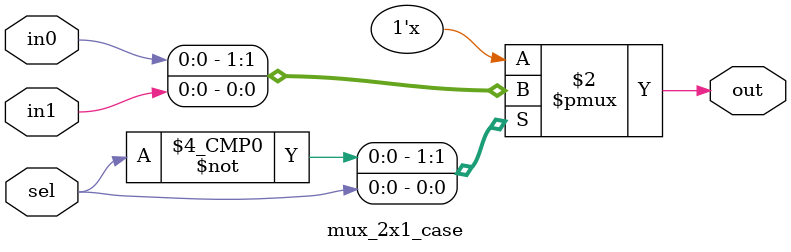
<source format=v>

`timescale 1ns / 1ps
module mux_2x1_cond(
    input wire in0,in1,sel,
    output wire out
    );
    assign out=sel?in1:in0;
endmodule

//2x1 mux using if-else statement
`timescale 1ns / 1ps
module mux_2x1_if(
    input wire in0,in1,sel,
    output reg out
);
    always@*
    begin
        if(sel)
            out=in1;
        else
            out=in0;   
    end
endmodule

//2x1 mux using case statement
`timescale 1ns / 1ps
module mux_2x1_case(
    input wire in0,in1,sel,
    output reg out
    );
    always@*
    begin
        case(sel)
            1'b0: out = in0;
            1'b1: out = in1;
            default out = in0;
        endcase
    end
endmodule

</source>
